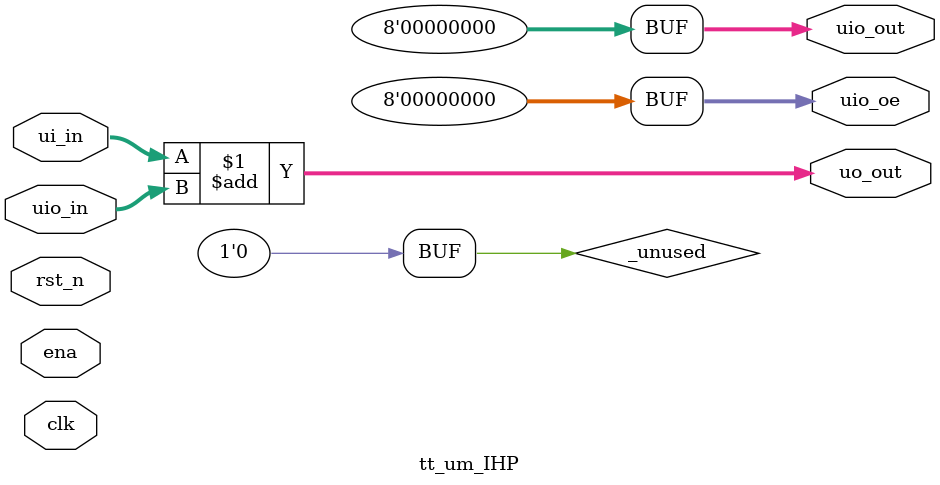
<source format=v>
/*
 * Copyright (c) 2024 Your Name
 * SPDX-License-Identifier: Apache-2.0
 */

`default_nettype none

module tt_um_IHP (
    input  wire [7:0] ui_in,    // Dedicated inputs
    output wire [7:0] uo_out,   // Dedicated outputs
    input  wire [7:0] uio_in,   // IOs: Input path
    output wire [7:0] uio_out,  // IOs: Output path
    output wire [7:0] uio_oe,   // IOs: Enable path (active high: 0=input, 1=output)
    input  wire       ena,      // always 1 when the design is powered, so you can ignore it
    input  wire       clk,      // clock
    input  wire       rst_n     // reset_n - low to reset
);

  // All output pins must be assigned. If not used, assign to 0.
  assign uo_out  = ui_in + uio_in;  // Example: ou_out is the sum of ui_in and uio_in
  assign uio_out = 0;
  assign uio_oe  = 0;

  // List all unused inputs to prevent warnings
  wire _unused = &{ena, clk, rst_n, 1'b0};

endmodule

</source>
